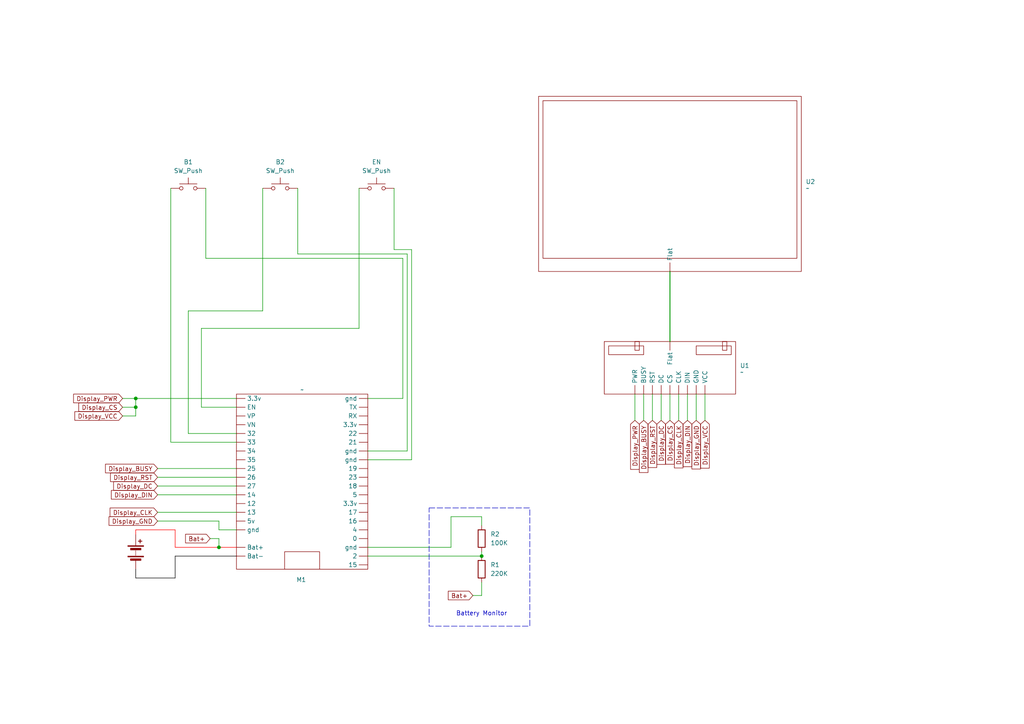
<source format=kicad_sch>
(kicad_sch (version 20231120) (generator "eeschema") (generator_version "8.0")
  (paper "A4")
  (lib_symbols
    (symbol "Device:Battery" (pin_numbers hide) (pin_names (offset 0) hide)
      (property "Reference" "BT" (at 2.54 2.54 0))
      (property "Value" "Battery" (at 2.54 0 0))
      (symbol "Battery_0_1"
        (rectangle (start -2.286 -1.27) (end 2.286 -1.524) (fill (type outline)))
        (rectangle (start -2.286 1.778) (end 2.286 1.524) (fill (type outline)))
        (rectangle (start -1.524 -2.032) (end 1.524 -2.54) (fill (type outline)))
        (rectangle (start -1.524 1.016) (end 1.524 0.508) (fill (type outline)))
        (polyline (pts (xy 0 -1.016) (xy 0 -0.762)))
        (polyline (pts (xy 0 -0.508) (xy 0 -0.254)))
        (polyline (pts (xy 0 0) (xy 0 0.254)))
        (polyline (pts (xy 0 1.778) (xy 0 2.54)))
        (polyline (pts (xy 0.762 3.048) (xy 1.778 3.048)) (stroke (width 0.254)))
        (polyline (pts (xy 1.27 3.556) (xy 1.27 2.54)) (stroke (width 0.254)))
      )
      (symbol "Battery_1_1"
        (pin passive line (at 0 5.08 270) (length 2.54) (name "+") (number "1"))
        (pin passive line (at 0 -5.08 90) (length 2.54) (name "-") (number "2"))
      )
    )
    (symbol "Device:R" (pin_numbers hide) (pin_names (offset 0))
      (property "Reference" "R" (at 2.032 0 90))
      (property "Value" "R" (at 0 0 90))
      (symbol "R_0_1"
        (rectangle (start -1.016 -2.54) (end 1.016 2.54) (stroke (width 0.254)))
      )
      (symbol "R_1_1"
        (pin passive line (at 0 3.81 270) (length 1.27) (name "~") (number "1"))
        (pin passive line (at 0 -3.81 90) (length 1.27) (name "~") (number "2"))
      )
    )
    (symbol "Esp32 DevBoards:Esp32_WeMos_LOLIN32"
      (property "Reference" "M1" (at -0.254 -28.448 0))
      (property "Value" "~" (at 0 26.67 0))
      (symbol "Esp32_WeMos_LOLIN32_0_1"
        (rectangle (start -19.05 25.4) (end 19.05 -25.4))
        (rectangle (start -5.08 -25.4) (end 5.08 -20.32))
      )
      (symbol "Esp32_WeMos_LOLIN32_1_1"
        (pin input line (at 19.05 -16.51 180) (length 2.54) (name "0") (number ""))
        (pin input line (at -19.05 -6.35 0) (length 2.54) (name "12") (number ""))
        (pin input line (at -19.05 -8.89 0) (length 2.54) (name "13") (number ""))
        (pin input line (at -19.05 -3.81 0) (length 2.54) (name "14") (number ""))
        (pin input line (at 19.05 -24.13 180) (length 2.54) (name "15") (number ""))
        (pin input line (at 19.05 -11.43 180) (length 2.54) (name "16") (number ""))
        (pin input line (at 19.05 -8.89 180) (length 2.54) (name "17") (number ""))
        (pin input line (at 19.05 -1.27 180) (length 2.54) (name "18") (number ""))
        (pin input line (at 19.05 3.81 180) (length 2.54) (name "19") (number ""))
        (pin input line (at 19.05 -21.59 180) (length 2.54) (name "2") (number ""))
        (pin input line (at 19.05 11.43 180) (length 2.54) (name "21") (number ""))
        (pin input line (at 19.05 13.97 180) (length 2.54) (name "22") (number ""))
        (pin input line (at 19.05 1.27 180) (length 2.54) (name "23") (number ""))
        (pin input line (at -19.05 3.81 0) (length 2.54) (name "25") (number ""))
        (pin input line (at -19.05 1.27 0) (length 2.54) (name "26") (number ""))
        (pin input line (at -19.05 -1.27 0) (length 2.54) (name "27") (number ""))
        (pin input line (at -19.05 24.13 0) (length 2.54) (name "3.3v") (number ""))
        (pin input line (at 19.05 -6.35 180) (length 2.54) (name "3.3v") (number ""))
        (pin input line (at 19.05 16.51 180) (length 2.54) (name "3.3v") (number ""))
        (pin input line (at -19.05 13.97 0) (length 2.54) (name "32") (number ""))
        (pin input line (at -19.05 11.43 0) (length 2.54) (name "33") (number ""))
        (pin input line (at -19.05 8.89 0) (length 2.54) (name "34") (number ""))
        (pin input line (at -19.05 6.35 0) (length 2.54) (name "35") (number ""))
        (pin input line (at 19.05 -13.97 180) (length 2.54) (name "4") (number ""))
        (pin input line (at 19.05 -3.81 180) (length 2.54) (name "5") (number ""))
        (pin input line (at -19.05 -11.43 0) (length 2.54) (name "5v") (number ""))
        (pin input line (at -19.05 -19.05 0) (length 2.54) (name "Bat+") (number ""))
        (pin input line (at -19.05 -21.59 0) (length 2.54) (name "Bat-") (number ""))
        (pin input line (at -19.05 21.59 0) (length 2.54) (name "EN") (number ""))
        (pin input line (at 19.05 19.05 180) (length 2.54) (name "RX") (number ""))
        (pin input line (at 19.05 21.59 180) (length 2.54) (name "TX") (number ""))
        (pin input line (at -19.05 16.51 0) (length 2.54) (name "VN") (number ""))
        (pin input line (at -19.05 19.05 0) (length 2.54) (name "VP") (number ""))
        (pin input line (at -19.05 -13.97 0) (length 2.54) (name "gnd") (number ""))
        (pin input line (at 19.05 -19.05 180) (length 2.54) (name "gnd") (number ""))
        (pin input line (at 19.05 6.35 180) (length 2.54) (name "gnd") (number ""))
        (pin input line (at 19.05 8.89 180) (length 2.54) (name "gnd") (number ""))
        (pin input line (at 19.05 24.13 180) (length 2.54) (name "gnd") (number ""))
      )
    )
    (symbol "Esp32 DevBoards:Waveshare_ePaperDriver_2.3"
      (property "Reference" "U" (at 16.256 -9.398 0))
      (symbol "Waveshare_ePaperDriver_2.3_0_1"
        (rectangle (start -19.05 7.62) (end 19.05 -7.62))
        (rectangle (start -17.78 3.81) (end -7.62 6.35))
        (rectangle (start -8.89 5.08) (end -10.16 7.62))
        (rectangle (start 7.62 6.35) (end 17.78 3.81))
        (rectangle (start 15.24 7.62) (end 16.51 5.08))
      )
      (symbol "Waveshare_ePaperDriver_2.3_1_1"
        (pin input line (at -7.62 -7.62 90) (length 2.54) (name "BUSY") (number ""))
        (pin input line (at 2.54 -7.62 90) (length 2.54) (name "CLK") (number ""))
        (pin input line (at 0 -7.62 90) (length 2.54) (name "CS") (number ""))
        (pin input line (at -2.54 -7.62 90) (length 2.54) (name "DC") (number ""))
        (pin input line (at 5.08 -7.62 90) (length 2.54) (name "DIN") (number ""))
        (pin input line (at 0 7.62 270) (length 2.54) (name "Flat") (number ""))
        (pin input line (at 7.62 -7.62 90) (length 2.54) (name "GND") (number ""))
        (pin input line (at -10.16 -7.62 90) (length 2.54) (name "PWR") (number ""))
        (pin input line (at -5.08 -7.62 90) (length 2.54) (name "RST") (number ""))
        (pin input line (at 10.16 -7.62 90) (length 2.54) (name "VCC") (number ""))
      )
    )
    (symbol "Esp32 DevBoards:eInkDisplay"
      (property "Reference" "U" (at 30.734 -27.178 0))
      (symbol "eInkDisplay_0_1"
        (rectangle (start -38.1 25.4) (end 38.1 -25.4))
        (rectangle (start -36.83 24.13) (end 36.83 -21.59))
      )
      (symbol "eInkDisplay_1_1"
        (pin input line (at 0 -25.4 90) (length 2.54) (name "Flat") (number ""))
      )
    )
    (symbol "Switch:SW_Push" (pin_numbers hide) (pin_names (offset 1.016) hide)
      (property "Reference" "SW" (at 1.27 2.54 0))
      (property "Value" "SW_Push" (at 0 -1.524 0))
      (symbol "SW_Push_0_1"
        (circle (center -2.032 0) (radius 0.508))
        (polyline (pts (xy 0 1.27) (xy 0 3.048)))
        (polyline (pts (xy 2.54 1.27) (xy -2.54 1.27)))
        (circle (center 2.032 0) (radius 0.508))
        (pin passive line (at -5.08 0 0) (length 2.54) (name "1") (number "1"))
        (pin passive line (at 5.08 0 180) (length 2.54) (name "2") (number "2"))
      )
    )
  )
  (junction (at 63.5 158.75))
  (junction (at 39.37 118.11))
  (junction (at 139.7 161.29))
  (junction (at 39.37 115.57))
  (wire (pts (xy 118.11 73.66) (xy 86.36 73.66)))
  (wire (pts (xy 106.68 161.29) (xy 139.7 161.29)))
  (wire (pts (xy 35.56 120.65) (xy 39.37 120.65)))
  (wire (pts (xy 54.61 90.17) (xy 54.61 125.73)))
  (wire (pts (xy 50.8 153.67) (xy 39.37 153.67)) (stroke (width 0) (color 255 0 0 1)))
  (wire (pts (xy 50.8 161.29) (xy 50.8 167.64)) (stroke (width 0) (color 0 0 0 1)))
  (wire (pts (xy 194.31 121.92) (xy 194.31 114.3)))
  (wire (pts (xy 39.37 115.57) (xy 68.58 115.57)))
  (wire (pts (xy 59.69 74.93) (xy 59.69 54.61)))
  (wire (pts (xy 58.42 95.25) (xy 104.14 95.25)))
  (wire (pts (xy 39.37 153.67) (xy 39.37 154.94)) (stroke (width 0) (color 255 0 0 1)))
  (wire (pts (xy 45.72 140.97) (xy 68.58 140.97)))
  (wire (pts (xy 199.39 121.92) (xy 199.39 114.3)))
  (wire (pts (xy 119.38 133.35) (xy 119.38 72.39)))
  (wire (pts (xy 58.42 118.11) (xy 58.42 95.25)))
  (wire (pts (xy 118.11 130.81) (xy 118.11 73.66)))
  (wire (pts (xy 130.81 158.75) (xy 106.68 158.75)))
  (wire (pts (xy 45.72 138.43) (xy 68.58 138.43)))
  (wire (pts (xy 60.96 156.21) (xy 63.5 156.21)))
  (wire (pts (xy 186.69 121.92) (xy 186.69 114.3)))
  (wire (pts (xy 39.37 120.65) (xy 39.37 118.11)))
  (wire (pts (xy 68.58 158.75) (xy 63.5 158.75)) (stroke (width 0) (color 255 0 0 1)))
  (wire (pts (xy 139.7 149.86) (xy 130.81 149.86)))
  (wire (pts (xy 63.5 153.67) (xy 68.58 153.67)))
  (wire (pts (xy 196.85 121.92) (xy 196.85 114.3)))
  (wire (pts (xy 45.72 151.13) (xy 63.5 151.13)))
  (wire (pts (xy 106.68 115.57) (xy 116.84 115.57)))
  (wire (pts (xy 104.14 95.25) (xy 104.14 54.61)))
  (wire (pts (xy 189.23 121.92) (xy 189.23 114.3)))
  (wire (pts (xy 106.68 133.35) (xy 119.38 133.35)))
  (wire (pts (xy 54.61 90.17) (xy 76.2 90.17)))
  (wire (pts (xy 39.37 115.57) (xy 39.37 118.11)))
  (wire (pts (xy 63.5 158.75) (xy 50.8 158.75)) (stroke (width 0) (color 255 0 0 1)))
  (wire (pts (xy 54.61 125.73) (xy 68.58 125.73)))
  (wire (pts (xy 116.84 115.57) (xy 116.84 74.93)))
  (wire (pts (xy 39.37 167.64) (xy 39.37 165.1)) (stroke (width 0) (color 0 0 0 1)))
  (wire (pts (xy 184.15 121.92) (xy 184.15 114.3)))
  (wire (pts (xy 201.93 121.92) (xy 201.93 114.3)))
  (wire (pts (xy 114.3 72.39) (xy 114.3 54.61)))
  (wire (pts (xy 50.8 158.75) (xy 50.8 153.67)) (stroke (width 0) (color 255 0 0 1)))
  (wire (pts (xy 63.5 151.13) (xy 63.5 153.67)))
  (wire (pts (xy 191.77 121.92) (xy 191.77 114.3)))
  (wire (pts (xy 68.58 161.29) (xy 50.8 161.29)) (stroke (width 0) (color 0 0 0 1)))
  (wire (pts (xy 119.38 72.39) (xy 114.3 72.39)))
  (wire (pts (xy 50.8 167.64) (xy 39.37 167.64)) (stroke (width 0) (color 0 0 0 1)))
  (wire (pts (xy 68.58 118.11) (xy 58.42 118.11)))
  (wire (pts (xy 45.72 135.89) (xy 68.58 135.89)))
  (wire (pts (xy 35.56 115.57) (xy 39.37 115.57)))
  (wire (pts (xy 194.31 78.74) (xy 194.31 99.06)) (stroke (width 0.254)))
  (wire (pts (xy 139.7 152.4) (xy 139.7 149.86)))
  (wire (pts (xy 86.36 73.66) (xy 86.36 54.61)))
  (wire (pts (xy 76.2 90.17) (xy 76.2 54.61)))
  (wire (pts (xy 139.7 172.72) (xy 139.7 168.91)))
  (wire (pts (xy 49.53 128.27) (xy 49.53 54.61)))
  (wire (pts (xy 139.7 160.02) (xy 139.7 161.29)))
  (wire (pts (xy 116.84 74.93) (xy 59.69 74.93)))
  (wire (pts (xy 106.68 130.81) (xy 118.11 130.81)))
  (wire (pts (xy 35.56 118.11) (xy 39.37 118.11)))
  (wire (pts (xy 45.72 143.51) (xy 68.58 143.51)))
  (wire (pts (xy 63.5 156.21) (xy 63.5 158.75)))
  (wire (pts (xy 45.72 148.59) (xy 68.58 148.59)))
  (wire (pts (xy 137.16 172.72) (xy 139.7 172.72)))
  (wire (pts (xy 204.47 121.92) (xy 204.47 114.3)))
  (wire (pts (xy 130.81 149.86) (xy 130.81 158.75)))
  (wire (pts (xy 68.58 128.27) (xy 49.53 128.27)))
  (rectangle (start 124.46 147.32) (end 153.67 181.61) (stroke (width 0) (type dash)))
  (text "Battery Monitor" (at 139.7 178.054 0) (effects (font (size 1.27 1.27))))
  (global_label "Display_CS" (shape input) (at 35.56 118.11 180) (property "Intersheetrefs" "${INTERSHEET_REFS}" (effects (hide yes))))
  (global_label "Bat+" (shape input) (at 137.16 172.72 180) (property "Intersheetrefs" "${INTERSHEET_REFS}" (effects (hide yes))))
  (global_label "Display_DIN" (shape input) (at 199.39 121.92 270) (property "Intersheetrefs" "${INTERSHEET_REFS}" (effects (hide yes))))
  (global_label "Display_RST" (shape input) (at 189.23 121.92 270) (property "Intersheetrefs" "${INTERSHEET_REFS}" (effects (hide yes))))
  (global_label "Display_PWR" (shape input) (at 35.56 115.57 180) (property "Intersheetrefs" "${INTERSHEET_REFS}" (effects (hide yes))))
  (global_label "Bat+" (shape input) (at 60.96 156.21 180) (property "Intersheetrefs" "${INTERSHEET_REFS}" (effects (hide yes))))
  (global_label "Display_GND" (shape input) (at 45.72 151.13 180) (property "Intersheetrefs" "${INTERSHEET_REFS}" (effects (hide yes))))
  (global_label "Display_GND" (shape input) (at 201.93 121.92 270) (property "Intersheetrefs" "${INTERSHEET_REFS}" (effects (hide yes))))
  (global_label "Display_BUSY" (shape input) (at 45.72 135.89 180) (property "Intersheetrefs" "${INTERSHEET_REFS}" (effects (hide yes))))
  (global_label "Display_VCC" (shape input) (at 35.56 120.65 180) (property "Intersheetrefs" "${INTERSHEET_REFS}" (effects (hide yes))))
  (global_label "Display_CLK" (shape input) (at 45.72 148.59 180) (property "Intersheetrefs" "${INTERSHEET_REFS}" (effects (hide yes))))
  (global_label "Display_CLK" (shape input) (at 196.85 121.92 270) (property "Intersheetrefs" "${INTERSHEET_REFS}" (effects (hide yes))))
  (global_label "Display_RST" (shape input) (at 45.72 138.43 180) (property "Intersheetrefs" "${INTERSHEET_REFS}" (effects (hide yes))))
  (global_label "Display_PWR" (shape input) (at 184.15 121.92 270) (property "Intersheetrefs" "${INTERSHEET_REFS}" (effects (hide yes))))
  (global_label "Display_CS" (shape input) (at 194.31 121.92 270) (property "Intersheetrefs" "${INTERSHEET_REFS}" (effects (hide yes))))
  (global_label "Display_DC" (shape input) (at 45.72 140.97 180) (property "Intersheetrefs" "${INTERSHEET_REFS}" (effects (hide yes))))
  (global_label "Display_VCC" (shape input) (at 204.47 121.92 270) (property "Intersheetrefs" "${INTERSHEET_REFS}" (effects (hide yes))))
  (global_label "Display_BUSY" (shape input) (at 186.69 121.92 270) (property "Intersheetrefs" "${INTERSHEET_REFS}" (effects (hide yes))))
  (global_label "Display_DIN" (shape input) (at 45.72 143.51 180) (property "Intersheetrefs" "${INTERSHEET_REFS}" (effects (hide yes))))
  (global_label "Display_DC" (shape input) (at 191.77 121.92 270) (property "Intersheetrefs" "${INTERSHEET_REFS}" (effects (hide yes))))
  (symbol (lib_id "Esp32 DevBoards:Waveshare_ePaperDriver_2.3") (at 194.31 106.68 0) (unit 1)
    (property "Reference" "U1" (at 214.63 106.0449 0) (effects (justify left)))
    (property "Value" "~" (at 214.63 107.95 0) (effects (justify left)))
  )
  (symbol (lib_id "Device:Battery") (at 39.37 160.02 0) (unit 1)
    (property "Reference" "BT1" (effects (hide yes)))
    (property "Value" "Battery" (effects (hide yes)))
    (property "Description" "Multiple-cell battery" (effects (hide yes)))
  )
  (symbol (lib_id "Switch:SW_Push") (at 109.22 54.61 0) (unit 1)
    (property "Reference" "EN" (at 109.22 46.99 0))
    (property "Value" "SW_Push" (at 109.22 49.53 0))
    (property "Description" "Push button switch, generic, two pins" (effects (hide yes)))
  )
  (symbol (lib_id "Device:R") (at 139.7 165.1 0) (unit 1)
    (property "Reference" "R1" (at 142.24 163.8299 0) (effects (justify left)))
    (property "Value" "220K" (at 142.24 166.3699 0) (effects (justify left)))
    (property "Description" "Resistor" (effects (hide yes)))
  )
  (symbol (lib_id "Device:R") (at 139.7 156.21 0) (unit 1)
    (property "Reference" "R2" (at 142.24 154.9399 0) (effects (justify left)))
    (property "Value" "100K" (at 142.24 157.4799 0) (effects (justify left)))
    (property "Description" "Resistor" (effects (hide yes)))
  )
  (symbol (lib_id "Esp32 DevBoards:eInkDisplay") (at 194.31 53.34 0) (unit 1)
    (property "Reference" "U2" (at 233.68 52.7049 0) (effects (justify left)))
    (property "Value" "~" (at 233.68 54.61 0) (effects (justify left)))
  )
  (symbol (lib_id "Esp32 DevBoards:Esp32_WeMos_LOLIN32") (at 87.63 139.7 0) (unit 1)
    (property "Reference" "M1" (at 87.376 168.148 0))
    (property "Value" "~" (at 87.63 113.03 0))
  )
  (symbol (lib_id "Switch:SW_Push") (at 54.61 54.61 0) (unit 1)
    (property "Reference" "B1" (at 54.61 46.99 0))
    (property "Value" "SW_Push" (at 54.61 49.53 0))
    (property "Description" "Push button switch, generic, two pins" (effects (hide yes)))
  )
  (symbol (lib_id "Switch:SW_Push") (at 81.28 54.61 0) (unit 1)
    (property "Reference" "B2" (at 81.28 46.99 0))
    (property "Value" "SW_Push" (at 81.28 49.53 0))
    (property "Description" "Push button switch, generic, two pins" (effects (hide yes)))
  )
)
</source>
